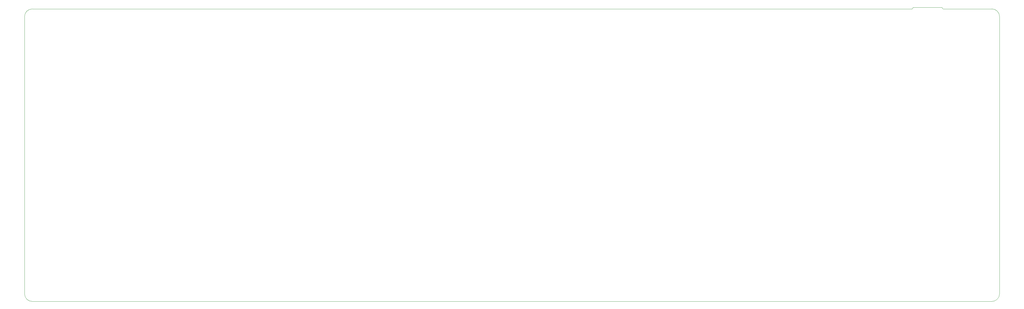
<source format=gm1>
G04 #@! TF.GenerationSoftware,KiCad,Pcbnew,(5.1.12)-1*
G04 #@! TF.CreationDate,2021-12-15T00:33:09-05:00*
G04 #@! TF.ProjectId,alps66,616c7073-3636-42e6-9b69-6361645f7063,F*
G04 #@! TF.SameCoordinates,Original*
G04 #@! TF.FileFunction,Profile,NP*
%FSLAX46Y46*%
G04 Gerber Fmt 4.6, Leading zero omitted, Abs format (unit mm)*
G04 Created by KiCad (PCBNEW (5.1.12)-1) date 2021-12-15 00:33:09*
%MOMM*%
%LPD*%
G01*
G04 APERTURE LIST*
G04 #@! TA.AperFunction,Profile*
%ADD10C,0.100000*%
G04 #@! TD*
G04 APERTURE END LIST*
D10*
X314750000Y-28600000D02*
X323750000Y-28600000D01*
X323750000Y-28600000D02*
G75*
G02*
X324000000Y-28850000I0J-250000D01*
G01*
X324250000Y-29100000D02*
G75*
G02*
X324000000Y-28850000I0J250000D01*
G01*
X314500000Y-28850000D02*
G75*
G02*
X314750000Y-28600000I250000J0D01*
G01*
X314500000Y-28850000D02*
G75*
G02*
X314250000Y-29100000I-250000J0D01*
G01*
X324250000Y-29100000D02*
X339875000Y-29100000D01*
X31600000Y-29100000D02*
X314250000Y-29100000D01*
X342375000Y-31600000D02*
X342375000Y-120800000D01*
X29100000Y-120800000D02*
G75*
G03*
X31600000Y-123300000I2500000J0D01*
G01*
X339875000Y-123300000D02*
G75*
G03*
X342375000Y-120800000I0J2500000D01*
G01*
X342375000Y-31600000D02*
G75*
G03*
X339875000Y-29100000I-2500000J0D01*
G01*
X31600000Y-29100000D02*
G75*
G03*
X29100000Y-31600000I0J-2500000D01*
G01*
X31600000Y-123300000D02*
X339875000Y-123300000D01*
X29100000Y-31600000D02*
X29100000Y-120800000D01*
M02*

</source>
